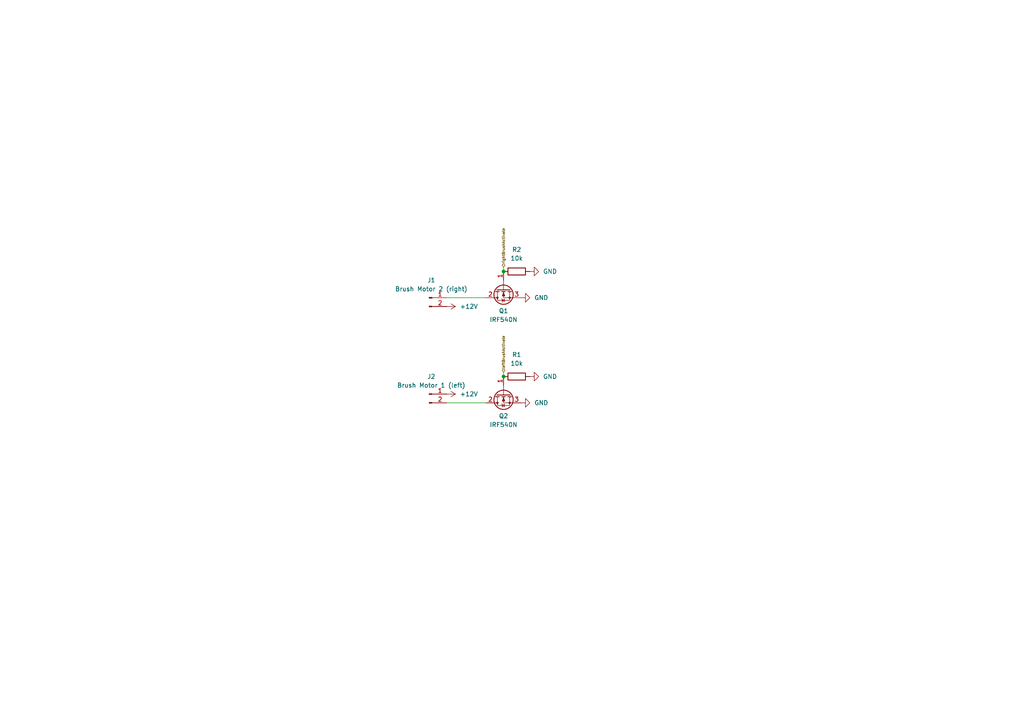
<source format=kicad_sch>
(kicad_sch
	(version 20231120)
	(generator "eeschema")
	(generator_version "8.0")
	(uuid "04f63321-0f43-4bf4-bd3c-fc0d634b7484")
	(paper "A4")
	(title_block
		(title "Sweep Brush Circuit")
		(date "2024-07-16")
		(rev "v0.1")
		(company "Karl Wünsche")
		(comment 1 "This circuit turns on and off the sweep brushes.")
	)
	(lib_symbols
		(symbol "Connector:Conn_01x02_Pin"
			(pin_names
				(offset 1.016) hide)
			(exclude_from_sim no)
			(in_bom yes)
			(on_board yes)
			(property "Reference" "J"
				(at 0 2.54 0)
				(effects
					(font
						(size 1.27 1.27)
					)
				)
			)
			(property "Value" "Conn_01x02_Pin"
				(at 0 -5.08 0)
				(effects
					(font
						(size 1.27 1.27)
					)
				)
			)
			(property "Footprint" ""
				(at 0 0 0)
				(effects
					(font
						(size 1.27 1.27)
					)
					(hide yes)
				)
			)
			(property "Datasheet" "~"
				(at 0 0 0)
				(effects
					(font
						(size 1.27 1.27)
					)
					(hide yes)
				)
			)
			(property "Description" "Generic connector, single row, 01x02, script generated"
				(at 0 0 0)
				(effects
					(font
						(size 1.27 1.27)
					)
					(hide yes)
				)
			)
			(property "ki_locked" ""
				(at 0 0 0)
				(effects
					(font
						(size 1.27 1.27)
					)
				)
			)
			(property "ki_keywords" "connector"
				(at 0 0 0)
				(effects
					(font
						(size 1.27 1.27)
					)
					(hide yes)
				)
			)
			(property "ki_fp_filters" "Connector*:*_1x??_*"
				(at 0 0 0)
				(effects
					(font
						(size 1.27 1.27)
					)
					(hide yes)
				)
			)
			(symbol "Conn_01x02_Pin_1_1"
				(polyline
					(pts
						(xy 1.27 -2.54) (xy 0.8636 -2.54)
					)
					(stroke
						(width 0.1524)
						(type default)
					)
					(fill
						(type none)
					)
				)
				(polyline
					(pts
						(xy 1.27 0) (xy 0.8636 0)
					)
					(stroke
						(width 0.1524)
						(type default)
					)
					(fill
						(type none)
					)
				)
				(rectangle
					(start 0.8636 -2.413)
					(end 0 -2.667)
					(stroke
						(width 0.1524)
						(type default)
					)
					(fill
						(type outline)
					)
				)
				(rectangle
					(start 0.8636 0.127)
					(end 0 -0.127)
					(stroke
						(width 0.1524)
						(type default)
					)
					(fill
						(type outline)
					)
				)
				(pin passive line
					(at 5.08 0 180)
					(length 3.81)
					(name "Pin_1"
						(effects
							(font
								(size 1.27 1.27)
							)
						)
					)
					(number "1"
						(effects
							(font
								(size 1.27 1.27)
							)
						)
					)
				)
				(pin passive line
					(at 5.08 -2.54 180)
					(length 3.81)
					(name "Pin_2"
						(effects
							(font
								(size 1.27 1.27)
							)
						)
					)
					(number "2"
						(effects
							(font
								(size 1.27 1.27)
							)
						)
					)
				)
			)
		)
		(symbol "Device:R"
			(pin_numbers hide)
			(pin_names
				(offset 0)
			)
			(exclude_from_sim no)
			(in_bom yes)
			(on_board yes)
			(property "Reference" "R"
				(at 2.032 0 90)
				(effects
					(font
						(size 1.27 1.27)
					)
				)
			)
			(property "Value" "R"
				(at 0 0 90)
				(effects
					(font
						(size 1.27 1.27)
					)
				)
			)
			(property "Footprint" ""
				(at -1.778 0 90)
				(effects
					(font
						(size 1.27 1.27)
					)
					(hide yes)
				)
			)
			(property "Datasheet" "~"
				(at 0 0 0)
				(effects
					(font
						(size 1.27 1.27)
					)
					(hide yes)
				)
			)
			(property "Description" "Resistor"
				(at 0 0 0)
				(effects
					(font
						(size 1.27 1.27)
					)
					(hide yes)
				)
			)
			(property "ki_keywords" "R res resistor"
				(at 0 0 0)
				(effects
					(font
						(size 1.27 1.27)
					)
					(hide yes)
				)
			)
			(property "ki_fp_filters" "R_*"
				(at 0 0 0)
				(effects
					(font
						(size 1.27 1.27)
					)
					(hide yes)
				)
			)
			(symbol "R_0_1"
				(rectangle
					(start -1.016 -2.54)
					(end 1.016 2.54)
					(stroke
						(width 0.254)
						(type default)
					)
					(fill
						(type none)
					)
				)
			)
			(symbol "R_1_1"
				(pin passive line
					(at 0 3.81 270)
					(length 1.27)
					(name "~"
						(effects
							(font
								(size 1.27 1.27)
							)
						)
					)
					(number "1"
						(effects
							(font
								(size 1.27 1.27)
							)
						)
					)
				)
				(pin passive line
					(at 0 -3.81 90)
					(length 1.27)
					(name "~"
						(effects
							(font
								(size 1.27 1.27)
							)
						)
					)
					(number "2"
						(effects
							(font
								(size 1.27 1.27)
							)
						)
					)
				)
			)
		)
		(symbol "Transistor_FET:IRF540N"
			(pin_names hide)
			(exclude_from_sim no)
			(in_bom yes)
			(on_board yes)
			(property "Reference" "Q"
				(at 5.08 1.905 0)
				(effects
					(font
						(size 1.27 1.27)
					)
					(justify left)
				)
			)
			(property "Value" "IRF540N"
				(at 5.08 0 0)
				(effects
					(font
						(size 1.27 1.27)
					)
					(justify left)
				)
			)
			(property "Footprint" "Package_TO_SOT_THT:TO-220-3_Vertical"
				(at 5.08 -1.905 0)
				(effects
					(font
						(size 1.27 1.27)
						(italic yes)
					)
					(justify left)
					(hide yes)
				)
			)
			(property "Datasheet" "http://www.irf.com/product-info/datasheets/data/irf540n.pdf"
				(at 5.08 -3.81 0)
				(effects
					(font
						(size 1.27 1.27)
					)
					(justify left)
					(hide yes)
				)
			)
			(property "Description" "33A Id, 100V Vds, HEXFET N-Channel MOSFET, TO-220"
				(at 0 0 0)
				(effects
					(font
						(size 1.27 1.27)
					)
					(hide yes)
				)
			)
			(property "ki_keywords" "HEXFET N-Channel MOSFET"
				(at 0 0 0)
				(effects
					(font
						(size 1.27 1.27)
					)
					(hide yes)
				)
			)
			(property "ki_fp_filters" "TO?220*"
				(at 0 0 0)
				(effects
					(font
						(size 1.27 1.27)
					)
					(hide yes)
				)
			)
			(symbol "IRF540N_0_1"
				(polyline
					(pts
						(xy 0.254 0) (xy -2.54 0)
					)
					(stroke
						(width 0)
						(type default)
					)
					(fill
						(type none)
					)
				)
				(polyline
					(pts
						(xy 0.254 1.905) (xy 0.254 -1.905)
					)
					(stroke
						(width 0.254)
						(type default)
					)
					(fill
						(type none)
					)
				)
				(polyline
					(pts
						(xy 0.762 -1.27) (xy 0.762 -2.286)
					)
					(stroke
						(width 0.254)
						(type default)
					)
					(fill
						(type none)
					)
				)
				(polyline
					(pts
						(xy 0.762 0.508) (xy 0.762 -0.508)
					)
					(stroke
						(width 0.254)
						(type default)
					)
					(fill
						(type none)
					)
				)
				(polyline
					(pts
						(xy 0.762 2.286) (xy 0.762 1.27)
					)
					(stroke
						(width 0.254)
						(type default)
					)
					(fill
						(type none)
					)
				)
				(polyline
					(pts
						(xy 2.54 2.54) (xy 2.54 1.778)
					)
					(stroke
						(width 0)
						(type default)
					)
					(fill
						(type none)
					)
				)
				(polyline
					(pts
						(xy 2.54 -2.54) (xy 2.54 0) (xy 0.762 0)
					)
					(stroke
						(width 0)
						(type default)
					)
					(fill
						(type none)
					)
				)
				(polyline
					(pts
						(xy 0.762 -1.778) (xy 3.302 -1.778) (xy 3.302 1.778) (xy 0.762 1.778)
					)
					(stroke
						(width 0)
						(type default)
					)
					(fill
						(type none)
					)
				)
				(polyline
					(pts
						(xy 1.016 0) (xy 2.032 0.381) (xy 2.032 -0.381) (xy 1.016 0)
					)
					(stroke
						(width 0)
						(type default)
					)
					(fill
						(type outline)
					)
				)
				(polyline
					(pts
						(xy 2.794 0.508) (xy 2.921 0.381) (xy 3.683 0.381) (xy 3.81 0.254)
					)
					(stroke
						(width 0)
						(type default)
					)
					(fill
						(type none)
					)
				)
				(polyline
					(pts
						(xy 3.302 0.381) (xy 2.921 -0.254) (xy 3.683 -0.254) (xy 3.302 0.381)
					)
					(stroke
						(width 0)
						(type default)
					)
					(fill
						(type none)
					)
				)
				(circle
					(center 1.651 0)
					(radius 2.794)
					(stroke
						(width 0.254)
						(type default)
					)
					(fill
						(type none)
					)
				)
				(circle
					(center 2.54 -1.778)
					(radius 0.254)
					(stroke
						(width 0)
						(type default)
					)
					(fill
						(type outline)
					)
				)
				(circle
					(center 2.54 1.778)
					(radius 0.254)
					(stroke
						(width 0)
						(type default)
					)
					(fill
						(type outline)
					)
				)
			)
			(symbol "IRF540N_1_1"
				(pin input line
					(at -5.08 0 0)
					(length 2.54)
					(name "G"
						(effects
							(font
								(size 1.27 1.27)
							)
						)
					)
					(number "1"
						(effects
							(font
								(size 1.27 1.27)
							)
						)
					)
				)
				(pin passive line
					(at 2.54 5.08 270)
					(length 2.54)
					(name "D"
						(effects
							(font
								(size 1.27 1.27)
							)
						)
					)
					(number "2"
						(effects
							(font
								(size 1.27 1.27)
							)
						)
					)
				)
				(pin passive line
					(at 2.54 -5.08 90)
					(length 2.54)
					(name "S"
						(effects
							(font
								(size 1.27 1.27)
							)
						)
					)
					(number "3"
						(effects
							(font
								(size 1.27 1.27)
							)
						)
					)
				)
			)
		)
		(symbol "power:+12V"
			(power)
			(pin_numbers hide)
			(pin_names
				(offset 0) hide)
			(exclude_from_sim no)
			(in_bom yes)
			(on_board yes)
			(property "Reference" "#PWR"
				(at 0 -3.81 0)
				(effects
					(font
						(size 1.27 1.27)
					)
					(hide yes)
				)
			)
			(property "Value" "+12V"
				(at 0 3.556 0)
				(effects
					(font
						(size 1.27 1.27)
					)
				)
			)
			(property "Footprint" ""
				(at 0 0 0)
				(effects
					(font
						(size 1.27 1.27)
					)
					(hide yes)
				)
			)
			(property "Datasheet" ""
				(at 0 0 0)
				(effects
					(font
						(size 1.27 1.27)
					)
					(hide yes)
				)
			)
			(property "Description" "Power symbol creates a global label with name \"+12V\""
				(at 0 0 0)
				(effects
					(font
						(size 1.27 1.27)
					)
					(hide yes)
				)
			)
			(property "ki_keywords" "global power"
				(at 0 0 0)
				(effects
					(font
						(size 1.27 1.27)
					)
					(hide yes)
				)
			)
			(symbol "+12V_0_1"
				(polyline
					(pts
						(xy -0.762 1.27) (xy 0 2.54)
					)
					(stroke
						(width 0)
						(type default)
					)
					(fill
						(type none)
					)
				)
				(polyline
					(pts
						(xy 0 0) (xy 0 2.54)
					)
					(stroke
						(width 0)
						(type default)
					)
					(fill
						(type none)
					)
				)
				(polyline
					(pts
						(xy 0 2.54) (xy 0.762 1.27)
					)
					(stroke
						(width 0)
						(type default)
					)
					(fill
						(type none)
					)
				)
			)
			(symbol "+12V_1_1"
				(pin power_in line
					(at 0 0 90)
					(length 0)
					(name "~"
						(effects
							(font
								(size 1.27 1.27)
							)
						)
					)
					(number "1"
						(effects
							(font
								(size 1.27 1.27)
							)
						)
					)
				)
			)
		)
		(symbol "power:GND"
			(power)
			(pin_numbers hide)
			(pin_names
				(offset 0) hide)
			(exclude_from_sim no)
			(in_bom yes)
			(on_board yes)
			(property "Reference" "#PWR"
				(at 0 -6.35 0)
				(effects
					(font
						(size 1.27 1.27)
					)
					(hide yes)
				)
			)
			(property "Value" "GND"
				(at 0 -3.81 0)
				(effects
					(font
						(size 1.27 1.27)
					)
				)
			)
			(property "Footprint" ""
				(at 0 0 0)
				(effects
					(font
						(size 1.27 1.27)
					)
					(hide yes)
				)
			)
			(property "Datasheet" ""
				(at 0 0 0)
				(effects
					(font
						(size 1.27 1.27)
					)
					(hide yes)
				)
			)
			(property "Description" "Power symbol creates a global label with name \"GND\" , ground"
				(at 0 0 0)
				(effects
					(font
						(size 1.27 1.27)
					)
					(hide yes)
				)
			)
			(property "ki_keywords" "global power"
				(at 0 0 0)
				(effects
					(font
						(size 1.27 1.27)
					)
					(hide yes)
				)
			)
			(symbol "GND_0_1"
				(polyline
					(pts
						(xy 0 0) (xy 0 -1.27) (xy 1.27 -1.27) (xy 0 -2.54) (xy -1.27 -1.27) (xy 0 -1.27)
					)
					(stroke
						(width 0)
						(type default)
					)
					(fill
						(type none)
					)
				)
			)
			(symbol "GND_1_1"
				(pin power_in line
					(at 0 0 270)
					(length 0)
					(name "~"
						(effects
							(font
								(size 1.27 1.27)
							)
						)
					)
					(number "1"
						(effects
							(font
								(size 1.27 1.27)
							)
						)
					)
				)
			)
		)
	)
	(junction
		(at 146.05 109.22)
		(diameter 0)
		(color 0 0 0 0)
		(uuid "a91f5f53-6a82-4ef3-bca4-0fd363ce1b6a")
	)
	(junction
		(at 146.05 78.74)
		(diameter 0)
		(color 0 0 0 0)
		(uuid "cb28cb7a-75bf-4d32-9a93-a546eebd7f5d")
	)
	(wire
		(pts
			(xy 146.05 77.47) (xy 146.05 78.74)
		)
		(stroke
			(width 0)
			(type default)
		)
		(uuid "09754408-7e77-4f14-b27c-0814b65ef7c6")
	)
	(wire
		(pts
			(xy 146.05 107.95) (xy 146.05 109.22)
		)
		(stroke
			(width 0)
			(type default)
		)
		(uuid "99bd4987-58ed-45c7-b00d-dd564b9778ce")
	)
	(wire
		(pts
			(xy 129.54 86.36) (xy 140.97 86.36)
		)
		(stroke
			(width 0)
			(type default)
		)
		(uuid "c740275a-d932-4ef0-81a8-cdf3370b9960")
	)
	(wire
		(pts
			(xy 129.54 116.84) (xy 140.97 116.84)
		)
		(stroke
			(width 0)
			(type default)
		)
		(uuid "dfe171ef-0c59-49e9-902a-a05904c6daa2")
	)
	(hierarchical_label "leftBrushActivate"
		(shape input)
		(at 146.05 107.95 90)
		(fields_autoplaced yes)
		(effects
			(font
				(size 0.762 0.762)
			)
			(justify left)
		)
		(uuid "423a9cd4-c542-47ee-bdbc-78831c30aea5")
	)
	(hierarchical_label "rightBrushActivate"
		(shape input)
		(at 146.05 77.47 90)
		(fields_autoplaced yes)
		(effects
			(font
				(size 0.762 0.762)
			)
			(justify left)
		)
		(uuid "7e99cb43-f6f4-4032-a1a2-222aa4570d70")
	)
	(symbol
		(lib_id "power:+12V")
		(at 129.54 114.3 270)
		(unit 1)
		(exclude_from_sim no)
		(in_bom yes)
		(on_board yes)
		(dnp no)
		(fields_autoplaced yes)
		(uuid "143a44c7-412c-42ce-8ea4-ec9c2b775b3f")
		(property "Reference" "#PWR02"
			(at 125.73 114.3 0)
			(effects
				(font
					(size 1.27 1.27)
				)
				(hide yes)
			)
		)
		(property "Value" "+12V"
			(at 133.35 114.2999 90)
			(effects
				(font
					(size 1.27 1.27)
				)
				(justify left)
			)
		)
		(property "Footprint" ""
			(at 129.54 114.3 0)
			(effects
				(font
					(size 1.27 1.27)
				)
				(hide yes)
			)
		)
		(property "Datasheet" ""
			(at 129.54 114.3 0)
			(effects
				(font
					(size 1.27 1.27)
				)
				(hide yes)
			)
		)
		(property "Description" "Power symbol creates a global label with name \"+12V\""
			(at 129.54 114.3 0)
			(effects
				(font
					(size 1.27 1.27)
				)
				(hide yes)
			)
		)
		(pin "1"
			(uuid "4aa34a5e-f57f-4230-8f95-e7041b9a4997")
		)
		(instances
			(project "openVac-v0.1"
				(path "/51937001-9622-40ac-b790-90fb4ff028f7/b2d719c1-f776-4e7f-9210-67699f768443"
					(reference "#PWR02")
					(unit 1)
				)
			)
		)
	)
	(symbol
		(lib_id "power:GND")
		(at 153.67 109.22 90)
		(unit 1)
		(exclude_from_sim no)
		(in_bom yes)
		(on_board yes)
		(dnp no)
		(fields_autoplaced yes)
		(uuid "20e3e89f-4f7a-48c0-8a77-f1a892fe43a0")
		(property "Reference" "#PWR09"
			(at 160.02 109.22 0)
			(effects
				(font
					(size 1.27 1.27)
				)
				(hide yes)
			)
		)
		(property "Value" "GND"
			(at 157.48 109.2199 90)
			(effects
				(font
					(size 1.27 1.27)
				)
				(justify right)
			)
		)
		(property "Footprint" ""
			(at 153.67 109.22 0)
			(effects
				(font
					(size 1.27 1.27)
				)
				(hide yes)
			)
		)
		(property "Datasheet" ""
			(at 153.67 109.22 0)
			(effects
				(font
					(size 1.27 1.27)
				)
				(hide yes)
			)
		)
		(property "Description" "Power symbol creates a global label with name \"GND\" , ground"
			(at 153.67 109.22 0)
			(effects
				(font
					(size 1.27 1.27)
				)
				(hide yes)
			)
		)
		(pin "1"
			(uuid "b6682475-1e0a-424f-8dde-6c3bd2013c53")
		)
		(instances
			(project ""
				(path "/51937001-9622-40ac-b790-90fb4ff028f7/b2d719c1-f776-4e7f-9210-67699f768443"
					(reference "#PWR09")
					(unit 1)
				)
			)
		)
	)
	(symbol
		(lib_id "power:GND")
		(at 153.67 78.74 90)
		(unit 1)
		(exclude_from_sim no)
		(in_bom yes)
		(on_board yes)
		(dnp no)
		(fields_autoplaced yes)
		(uuid "2b96ff1f-a968-482a-ae48-1e0921d3fcee")
		(property "Reference" "#PWR07"
			(at 160.02 78.74 0)
			(effects
				(font
					(size 1.27 1.27)
				)
				(hide yes)
			)
		)
		(property "Value" "GND"
			(at 157.48 78.7399 90)
			(effects
				(font
					(size 1.27 1.27)
				)
				(justify right)
			)
		)
		(property "Footprint" ""
			(at 153.67 78.74 0)
			(effects
				(font
					(size 1.27 1.27)
				)
				(hide yes)
			)
		)
		(property "Datasheet" ""
			(at 153.67 78.74 0)
			(effects
				(font
					(size 1.27 1.27)
				)
				(hide yes)
			)
		)
		(property "Description" "Power symbol creates a global label with name \"GND\" , ground"
			(at 153.67 78.74 0)
			(effects
				(font
					(size 1.27 1.27)
				)
				(hide yes)
			)
		)
		(pin "1"
			(uuid "09c2469b-1081-4f5c-b1c1-157b9320d61c")
		)
		(instances
			(project ""
				(path "/51937001-9622-40ac-b790-90fb4ff028f7/b2d719c1-f776-4e7f-9210-67699f768443"
					(reference "#PWR07")
					(unit 1)
				)
			)
		)
	)
	(symbol
		(lib_id "power:GND")
		(at 151.13 116.84 90)
		(unit 1)
		(exclude_from_sim no)
		(in_bom yes)
		(on_board yes)
		(dnp no)
		(fields_autoplaced yes)
		(uuid "487d1725-3041-45e6-bd82-6c408302b170")
		(property "Reference" "#PWR04"
			(at 157.48 116.84 0)
			(effects
				(font
					(size 1.27 1.27)
				)
				(hide yes)
			)
		)
		(property "Value" "GND"
			(at 154.94 116.8399 90)
			(effects
				(font
					(size 1.27 1.27)
				)
				(justify right)
			)
		)
		(property "Footprint" ""
			(at 151.13 116.84 0)
			(effects
				(font
					(size 1.27 1.27)
				)
				(hide yes)
			)
		)
		(property "Datasheet" ""
			(at 151.13 116.84 0)
			(effects
				(font
					(size 1.27 1.27)
				)
				(hide yes)
			)
		)
		(property "Description" "Power symbol creates a global label with name \"GND\" , ground"
			(at 151.13 116.84 0)
			(effects
				(font
					(size 1.27 1.27)
				)
				(hide yes)
			)
		)
		(pin "1"
			(uuid "0753bba5-321c-441e-947a-dfca3201fa19")
		)
		(instances
			(project "openVac-v0.1"
				(path "/51937001-9622-40ac-b790-90fb4ff028f7/b2d719c1-f776-4e7f-9210-67699f768443"
					(reference "#PWR04")
					(unit 1)
				)
			)
		)
	)
	(symbol
		(lib_id "Transistor_FET:IRF540N")
		(at 146.05 114.3 90)
		(mirror x)
		(unit 1)
		(exclude_from_sim no)
		(in_bom yes)
		(on_board yes)
		(dnp no)
		(uuid "565b7e8b-d89d-4792-84e5-dc0103638da0")
		(property "Reference" "Q2"
			(at 146.05 120.65 90)
			(effects
				(font
					(size 1.27 1.27)
				)
			)
		)
		(property "Value" "IRF540N"
			(at 146.05 123.19 90)
			(effects
				(font
					(size 1.27 1.27)
				)
			)
		)
		(property "Footprint" "Package_TO_SOT_THT:TO-220-3_Vertical"
			(at 147.955 119.38 0)
			(effects
				(font
					(size 1.27 1.27)
					(italic yes)
				)
				(justify left)
				(hide yes)
			)
		)
		(property "Datasheet" "http://www.irf.com/product-info/datasheets/data/irf540n.pdf"
			(at 149.86 119.38 0)
			(effects
				(font
					(size 1.27 1.27)
				)
				(justify left)
				(hide yes)
			)
		)
		(property "Description" "33A Id, 100V Vds, HEXFET N-Channel MOSFET, TO-220"
			(at 146.05 114.3 0)
			(effects
				(font
					(size 1.27 1.27)
				)
				(hide yes)
			)
		)
		(pin "1"
			(uuid "7f50aca2-aa5f-4e15-83e7-496db10ed215")
		)
		(pin "2"
			(uuid "3b550750-7ead-4081-9e1a-a44460dc4b9e")
		)
		(pin "3"
			(uuid "94abd88a-6a2c-4bde-92b0-34b3b5711b94")
		)
		(instances
			(project "openVac-v0.1"
				(path "/51937001-9622-40ac-b790-90fb4ff028f7/b2d719c1-f776-4e7f-9210-67699f768443"
					(reference "Q2")
					(unit 1)
				)
			)
		)
	)
	(symbol
		(lib_id "power:GND")
		(at 151.13 86.36 90)
		(unit 1)
		(exclude_from_sim no)
		(in_bom yes)
		(on_board yes)
		(dnp no)
		(fields_autoplaced yes)
		(uuid "b29764f4-9d74-49a4-aece-78c0a3aed23a")
		(property "Reference" "#PWR03"
			(at 157.48 86.36 0)
			(effects
				(font
					(size 1.27 1.27)
				)
				(hide yes)
			)
		)
		(property "Value" "GND"
			(at 154.94 86.3599 90)
			(effects
				(font
					(size 1.27 1.27)
				)
				(justify right)
			)
		)
		(property "Footprint" ""
			(at 151.13 86.36 0)
			(effects
				(font
					(size 1.27 1.27)
				)
				(hide yes)
			)
		)
		(property "Datasheet" ""
			(at 151.13 86.36 0)
			(effects
				(font
					(size 1.27 1.27)
				)
				(hide yes)
			)
		)
		(property "Description" "Power symbol creates a global label with name \"GND\" , ground"
			(at 151.13 86.36 0)
			(effects
				(font
					(size 1.27 1.27)
				)
				(hide yes)
			)
		)
		(pin "1"
			(uuid "aa31b5d5-b3bf-4f4d-ad69-cf9b9aff2cb4")
		)
		(instances
			(project "openVac-v0.1"
				(path "/51937001-9622-40ac-b790-90fb4ff028f7/b2d719c1-f776-4e7f-9210-67699f768443"
					(reference "#PWR03")
					(unit 1)
				)
			)
		)
	)
	(symbol
		(lib_id "Connector:Conn_01x02_Pin")
		(at 124.46 86.36 0)
		(unit 1)
		(exclude_from_sim no)
		(in_bom yes)
		(on_board yes)
		(dnp no)
		(fields_autoplaced yes)
		(uuid "b4c67a14-b65b-41d3-b18a-703a10924e3e")
		(property "Reference" "J1"
			(at 125.095 81.28 0)
			(effects
				(font
					(size 1.27 1.27)
				)
			)
		)
		(property "Value" "Brush Motor 2 (right)"
			(at 125.095 83.82 0)
			(effects
				(font
					(size 1.27 1.27)
				)
			)
		)
		(property "Footprint" "Connector_JST:JST_PH_B2B-PH-K_1x02_P2.00mm_Vertical"
			(at 124.46 86.36 0)
			(effects
				(font
					(size 1.27 1.27)
				)
				(hide yes)
			)
		)
		(property "Datasheet" "~"
			(at 124.46 86.36 0)
			(effects
				(font
					(size 1.27 1.27)
				)
				(hide yes)
			)
		)
		(property "Description" "Generic connector, single row, 01x02, script generated"
			(at 124.46 86.36 0)
			(effects
				(font
					(size 1.27 1.27)
				)
				(hide yes)
			)
		)
		(pin "2"
			(uuid "9c9dc6b1-568d-4fdf-9f80-db3d00d98270")
		)
		(pin "1"
			(uuid "6043d00d-1db6-4773-96b2-7aa27dd34281")
		)
		(instances
			(project "openVac-v0.1"
				(path "/51937001-9622-40ac-b790-90fb4ff028f7/b2d719c1-f776-4e7f-9210-67699f768443"
					(reference "J1")
					(unit 1)
				)
			)
		)
	)
	(symbol
		(lib_id "Connector:Conn_01x02_Pin")
		(at 124.46 114.3 0)
		(unit 1)
		(exclude_from_sim no)
		(in_bom yes)
		(on_board yes)
		(dnp no)
		(fields_autoplaced yes)
		(uuid "c73b9588-4a0a-4428-94e0-4ec776ffffe9")
		(property "Reference" "J2"
			(at 125.095 109.22 0)
			(effects
				(font
					(size 1.27 1.27)
				)
			)
		)
		(property "Value" "Brush Motor 1 (left)"
			(at 125.095 111.76 0)
			(effects
				(font
					(size 1.27 1.27)
				)
			)
		)
		(property "Footprint" "Connector_JST:JST_PH_B2B-PH-K_1x02_P2.00mm_Vertical"
			(at 124.46 114.3 0)
			(effects
				(font
					(size 1.27 1.27)
				)
				(hide yes)
			)
		)
		(property "Datasheet" "~"
			(at 124.46 114.3 0)
			(effects
				(font
					(size 1.27 1.27)
				)
				(hide yes)
			)
		)
		(property "Description" "Generic connector, single row, 01x02, script generated"
			(at 124.46 114.3 0)
			(effects
				(font
					(size 1.27 1.27)
				)
				(hide yes)
			)
		)
		(pin "2"
			(uuid "f6480fdf-2455-4d12-afaa-da589d870572")
		)
		(pin "1"
			(uuid "875b8ba6-5002-4bd1-895b-3b4a74a5b063")
		)
		(instances
			(project "openVac-v0.1"
				(path "/51937001-9622-40ac-b790-90fb4ff028f7/b2d719c1-f776-4e7f-9210-67699f768443"
					(reference "J2")
					(unit 1)
				)
			)
		)
	)
	(symbol
		(lib_id "power:+12V")
		(at 129.54 88.9 270)
		(unit 1)
		(exclude_from_sim no)
		(in_bom yes)
		(on_board yes)
		(dnp no)
		(fields_autoplaced yes)
		(uuid "d298a43c-f2ec-4526-a8ea-d83272fa8eca")
		(property "Reference" "#PWR01"
			(at 125.73 88.9 0)
			(effects
				(font
					(size 1.27 1.27)
				)
				(hide yes)
			)
		)
		(property "Value" "+12V"
			(at 133.35 88.8999 90)
			(effects
				(font
					(size 1.27 1.27)
				)
				(justify left)
			)
		)
		(property "Footprint" ""
			(at 129.54 88.9 0)
			(effects
				(font
					(size 1.27 1.27)
				)
				(hide yes)
			)
		)
		(property "Datasheet" ""
			(at 129.54 88.9 0)
			(effects
				(font
					(size 1.27 1.27)
				)
				(hide yes)
			)
		)
		(property "Description" "Power symbol creates a global label with name \"+12V\""
			(at 129.54 88.9 0)
			(effects
				(font
					(size 1.27 1.27)
				)
				(hide yes)
			)
		)
		(pin "1"
			(uuid "6922ce29-ae57-4c78-b8f4-48eea1f0fab3")
		)
		(instances
			(project "openVac-v0.1"
				(path "/51937001-9622-40ac-b790-90fb4ff028f7/b2d719c1-f776-4e7f-9210-67699f768443"
					(reference "#PWR01")
					(unit 1)
				)
			)
		)
	)
	(symbol
		(lib_id "Device:R")
		(at 149.86 109.22 90)
		(unit 1)
		(exclude_from_sim no)
		(in_bom yes)
		(on_board yes)
		(dnp no)
		(fields_autoplaced yes)
		(uuid "f8f0f6bd-613e-45e2-8359-b64dfa526a52")
		(property "Reference" "R1"
			(at 149.86 102.87 90)
			(effects
				(font
					(size 1.27 1.27)
				)
			)
		)
		(property "Value" "10k"
			(at 149.86 105.41 90)
			(effects
				(font
					(size 1.27 1.27)
				)
			)
		)
		(property "Footprint" "Resistor_THT:R_Axial_DIN0207_L6.3mm_D2.5mm_P10.16mm_Horizontal"
			(at 149.86 110.998 90)
			(effects
				(font
					(size 1.27 1.27)
				)
				(hide yes)
			)
		)
		(property "Datasheet" "~"
			(at 149.86 109.22 0)
			(effects
				(font
					(size 1.27 1.27)
				)
				(hide yes)
			)
		)
		(property "Description" "Resistor"
			(at 149.86 109.22 0)
			(effects
				(font
					(size 1.27 1.27)
				)
				(hide yes)
			)
		)
		(pin "2"
			(uuid "8a5d3a28-7112-4486-84c6-8b9eb07ac0ca")
		)
		(pin "1"
			(uuid "f494e7ad-95f3-49d1-9dfd-63d5a82fa00f")
		)
		(instances
			(project ""
				(path "/51937001-9622-40ac-b790-90fb4ff028f7/b2d719c1-f776-4e7f-9210-67699f768443"
					(reference "R1")
					(unit 1)
				)
			)
		)
	)
	(symbol
		(lib_id "Device:R")
		(at 149.86 78.74 90)
		(unit 1)
		(exclude_from_sim no)
		(in_bom yes)
		(on_board yes)
		(dnp no)
		(fields_autoplaced yes)
		(uuid "fc4597c5-d231-4d18-8fac-81b5d51d38bc")
		(property "Reference" "R2"
			(at 149.86 72.39 90)
			(effects
				(font
					(size 1.27 1.27)
				)
			)
		)
		(property "Value" "10k"
			(at 149.86 74.93 90)
			(effects
				(font
					(size 1.27 1.27)
				)
			)
		)
		(property "Footprint" "Resistor_THT:R_Axial_DIN0207_L6.3mm_D2.5mm_P10.16mm_Horizontal"
			(at 149.86 80.518 90)
			(effects
				(font
					(size 1.27 1.27)
				)
				(hide yes)
			)
		)
		(property "Datasheet" "~"
			(at 149.86 78.74 0)
			(effects
				(font
					(size 1.27 1.27)
				)
				(hide yes)
			)
		)
		(property "Description" "Resistor"
			(at 149.86 78.74 0)
			(effects
				(font
					(size 1.27 1.27)
				)
				(hide yes)
			)
		)
		(pin "2"
			(uuid "6d3a4c3d-dfe9-435c-b5e1-3a522b9dd83f")
		)
		(pin "1"
			(uuid "4228e62c-dcea-474d-b88f-bc0e709821b3")
		)
		(instances
			(project "openVac-v0.1"
				(path "/51937001-9622-40ac-b790-90fb4ff028f7/b2d719c1-f776-4e7f-9210-67699f768443"
					(reference "R2")
					(unit 1)
				)
			)
		)
	)
	(symbol
		(lib_id "Transistor_FET:IRF540N")
		(at 146.05 83.82 90)
		(mirror x)
		(unit 1)
		(exclude_from_sim no)
		(in_bom yes)
		(on_board yes)
		(dnp no)
		(uuid "fd651bf3-5508-48a4-ad52-a3278c2070db")
		(property "Reference" "Q1"
			(at 146.05 90.17 90)
			(effects
				(font
					(size 1.27 1.27)
				)
			)
		)
		(property "Value" "IRF540N"
			(at 146.05 92.71 90)
			(effects
				(font
					(size 1.27 1.27)
				)
			)
		)
		(property "Footprint" "Package_TO_SOT_THT:TO-220-3_Vertical"
			(at 147.955 88.9 0)
			(effects
				(font
					(size 1.27 1.27)
					(italic yes)
				)
				(justify left)
				(hide yes)
			)
		)
		(property "Datasheet" "http://www.irf.com/product-info/datasheets/data/irf540n.pdf"
			(at 149.86 88.9 0)
			(effects
				(font
					(size 1.27 1.27)
				)
				(justify left)
				(hide yes)
			)
		)
		(property "Description" "33A Id, 100V Vds, HEXFET N-Channel MOSFET, TO-220"
			(at 146.05 83.82 0)
			(effects
				(font
					(size 1.27 1.27)
				)
				(hide yes)
			)
		)
		(pin "1"
			(uuid "d993bf91-aa80-42bd-8a6b-f8bbd528b83a")
		)
		(pin "2"
			(uuid "89231da1-d431-4243-8d34-7a21a5a25606")
		)
		(pin "3"
			(uuid "098f9f8e-6469-41c3-b487-dd3d48e65453")
		)
		(instances
			(project "openVac-v0.1"
				(path "/51937001-9622-40ac-b790-90fb4ff028f7/b2d719c1-f776-4e7f-9210-67699f768443"
					(reference "Q1")
					(unit 1)
				)
			)
		)
	)
)

</source>
